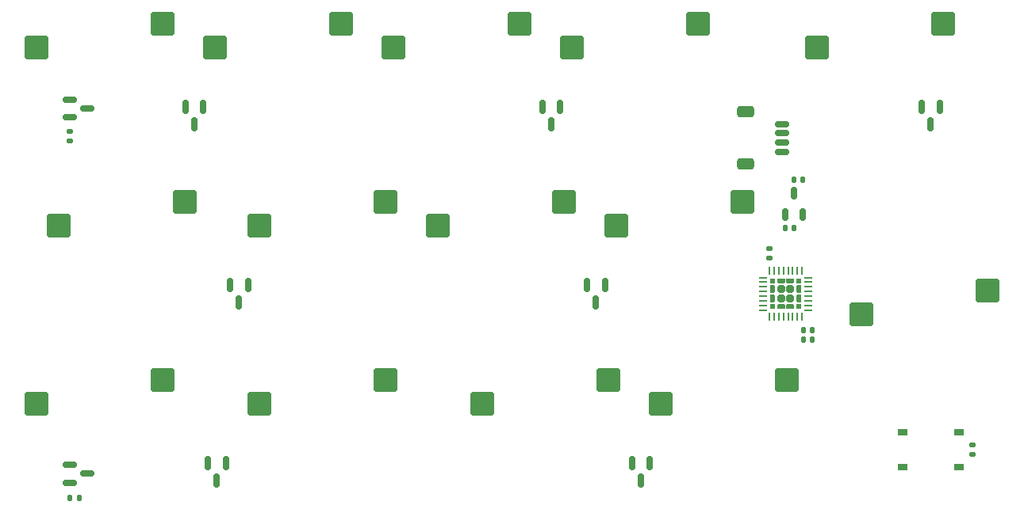
<source format=gbr>
%TF.GenerationSoftware,KiCad,Pcbnew,8.0.1-8.0.1-0~ubuntu23.10.1*%
%TF.CreationDate,2024-04-27T18:00:35-04:00*%
%TF.ProjectId,FunnyNumpad,46756e6e-794e-4756-9d70-61642e6b6963,rev?*%
%TF.SameCoordinates,Original*%
%TF.FileFunction,Paste,Bot*%
%TF.FilePolarity,Positive*%
%FSLAX46Y46*%
G04 Gerber Fmt 4.6, Leading zero omitted, Abs format (unit mm)*
G04 Created by KiCad (PCBNEW 8.0.1-8.0.1-0~ubuntu23.10.1) date 2024-04-27 18:00:35*
%MOMM*%
%LPD*%
G01*
G04 APERTURE LIST*
G04 Aperture macros list*
%AMRoundRect*
0 Rectangle with rounded corners*
0 $1 Rounding radius*
0 $2 $3 $4 $5 $6 $7 $8 $9 X,Y pos of 4 corners*
0 Add a 4 corners polygon primitive as box body*
4,1,4,$2,$3,$4,$5,$6,$7,$8,$9,$2,$3,0*
0 Add four circle primitives for the rounded corners*
1,1,$1+$1,$2,$3*
1,1,$1+$1,$4,$5*
1,1,$1+$1,$6,$7*
1,1,$1+$1,$8,$9*
0 Add four rect primitives between the rounded corners*
20,1,$1+$1,$2,$3,$4,$5,0*
20,1,$1+$1,$4,$5,$6,$7,0*
20,1,$1+$1,$6,$7,$8,$9,0*
20,1,$1+$1,$8,$9,$2,$3,0*%
%AMFreePoly0*
4,1,19,0.250763,0.273032,0.287330,0.222702,0.292257,0.191596,0.292257,-0.191596,0.273032,-0.250763,0.222702,-0.287330,0.191596,-0.292257,-0.191596,-0.292257,-0.250763,-0.273032,-0.287330,-0.222702,-0.292257,-0.191596,-0.292257,0.108205,-0.273032,0.167372,-0.262774,0.179383,-0.179383,0.262774,-0.123952,0.291018,-0.108205,0.292257,0.191596,0.292257,0.250763,0.273032,0.250763,0.273032,
$1*%
%AMFreePoly1*
4,1,21,0.263030,0.383971,0.291014,0.335500,0.292257,0.321292,0.292257,-0.321292,0.273115,-0.373886,0.224644,-0.401870,0.210436,-0.403113,-0.142653,-0.403113,-0.195247,-0.383971,-0.200509,-0.379148,-0.268292,-0.311365,-0.291946,-0.260640,-0.292257,-0.253509,-0.292257,0.253509,-0.273115,0.306103,-0.268292,0.311365,-0.200509,0.379148,-0.149784,0.402802,-0.142653,0.403113,0.210436,0.403113,
0.263030,0.383971,0.263030,0.383971,$1*%
%AMFreePoly2*
4,1,19,0.250763,0.273032,0.287330,0.222702,0.292257,0.191596,0.292257,-0.191596,0.273032,-0.250763,0.222702,-0.287330,0.191596,-0.292257,-0.108205,-0.292257,-0.167372,-0.273032,-0.179383,-0.262774,-0.262774,-0.179383,-0.291018,-0.123952,-0.292257,-0.108205,-0.292257,0.191596,-0.273032,0.250763,-0.222702,0.287330,-0.191596,0.292257,0.191596,0.292257,0.250763,0.273032,0.250763,0.273032,
$1*%
%AMFreePoly3*
4,1,21,0.306103,0.273115,0.311365,0.268292,0.379148,0.200509,0.402802,0.149784,0.403113,0.142653,0.403113,-0.210436,0.383971,-0.263030,0.335500,-0.291014,0.321292,-0.292257,-0.321292,-0.292257,-0.373886,-0.273115,-0.401870,-0.224644,-0.403113,-0.210436,-0.403113,0.142653,-0.383971,0.195247,-0.379148,0.200509,-0.311365,0.268292,-0.260640,0.291946,-0.253509,0.292257,0.253509,0.292257,
0.306103,0.273115,0.306103,0.273115,$1*%
%AMFreePoly4*
4,1,21,0.373886,0.273115,0.401870,0.224644,0.403113,0.210436,0.403113,-0.142653,0.383971,-0.195247,0.379148,-0.200509,0.311365,-0.268292,0.260640,-0.291946,0.253509,-0.292257,-0.253509,-0.292257,-0.306103,-0.273115,-0.311365,-0.268292,-0.379148,-0.200509,-0.402802,-0.149784,-0.403113,-0.142653,-0.403113,0.210436,-0.383971,0.263030,-0.335500,0.291014,-0.321292,0.292257,0.321292,0.292257,
0.373886,0.273115,0.373886,0.273115,$1*%
%AMFreePoly5*
4,1,19,0.167372,0.273032,0.179383,0.262774,0.262774,0.179383,0.291018,0.123952,0.292257,0.108205,0.292257,-0.191596,0.273032,-0.250763,0.222702,-0.287330,0.191596,-0.292257,-0.191596,-0.292257,-0.250763,-0.273032,-0.287330,-0.222702,-0.292257,-0.191596,-0.292257,0.191596,-0.273032,0.250763,-0.222702,0.287330,-0.191596,0.292257,0.108205,0.292257,0.167372,0.273032,0.167372,0.273032,
$1*%
%AMFreePoly6*
4,1,21,0.195247,0.383971,0.200509,0.379148,0.268292,0.311365,0.291946,0.260640,0.292257,0.253509,0.292257,-0.253509,0.273115,-0.306103,0.268292,-0.311365,0.200509,-0.379148,0.149784,-0.402802,0.142653,-0.403113,-0.210436,-0.403113,-0.263030,-0.383971,-0.291014,-0.335500,-0.292257,-0.321292,-0.292257,0.321292,-0.273115,0.373886,-0.224644,0.401870,-0.210436,0.403113,0.142653,0.403113,
0.195247,0.383971,0.195247,0.383971,$1*%
%AMFreePoly7*
4,1,19,0.250763,0.273032,0.287330,0.222702,0.292257,0.191596,0.292257,-0.108205,0.273032,-0.167372,0.262774,-0.179383,0.179383,-0.262774,0.123952,-0.291018,0.108205,-0.292257,-0.191596,-0.292257,-0.250763,-0.273032,-0.287330,-0.222702,-0.292257,-0.191596,-0.292257,0.191596,-0.273032,0.250763,-0.222702,0.287330,-0.191596,0.292257,0.191596,0.292257,0.250763,0.273032,0.250763,0.273032,
$1*%
G04 Aperture macros list end*
%ADD10R,1.000000X0.750000*%
%ADD11RoundRect,0.135000X0.185000X-0.135000X0.185000X0.135000X-0.185000X0.135000X-0.185000X-0.135000X0*%
%ADD12RoundRect,0.250000X1.025000X1.000000X-1.025000X1.000000X-1.025000X-1.000000X1.025000X-1.000000X0*%
%ADD13RoundRect,0.135000X-0.135000X-0.185000X0.135000X-0.185000X0.135000X0.185000X-0.135000X0.185000X0*%
%ADD14RoundRect,0.150000X0.625000X-0.150000X0.625000X0.150000X-0.625000X0.150000X-0.625000X-0.150000X0*%
%ADD15RoundRect,0.250000X0.650000X-0.350000X0.650000X0.350000X-0.650000X0.350000X-0.650000X-0.350000X0*%
%ADD16RoundRect,0.150000X-0.150000X0.587500X-0.150000X-0.587500X0.150000X-0.587500X0.150000X0.587500X0*%
%ADD17RoundRect,0.140000X-0.140000X-0.170000X0.140000X-0.170000X0.140000X0.170000X-0.140000X0.170000X0*%
%ADD18RoundRect,0.062500X0.375000X-0.062500X0.375000X0.062500X-0.375000X0.062500X-0.375000X-0.062500X0*%
%ADD19RoundRect,0.062500X0.062500X-0.375000X0.062500X0.375000X-0.062500X0.375000X-0.062500X-0.375000X0*%
%ADD20FreePoly0,90.000000*%
%ADD21FreePoly1,90.000000*%
%ADD22FreePoly2,90.000000*%
%ADD23FreePoly3,90.000000*%
%ADD24RoundRect,0.201557X0.201556X-0.201556X0.201556X0.201556X-0.201556X0.201556X-0.201556X-0.201556X0*%
%ADD25FreePoly4,90.000000*%
%ADD26FreePoly5,90.000000*%
%ADD27FreePoly6,90.000000*%
%ADD28FreePoly7,90.000000*%
%ADD29RoundRect,0.150000X-0.587500X-0.150000X0.587500X-0.150000X0.587500X0.150000X-0.587500X0.150000X0*%
%ADD30RoundRect,0.150000X0.150000X-0.512500X0.150000X0.512500X-0.150000X0.512500X-0.150000X-0.512500X0*%
%ADD31RoundRect,0.140000X0.170000X-0.140000X0.170000X0.140000X-0.170000X0.140000X-0.170000X-0.140000X0*%
%ADD32RoundRect,0.135000X-0.185000X0.135000X-0.185000X-0.135000X0.185000X-0.135000X0.185000X0.135000X0*%
G04 APERTURE END LIST*
D10*
%TO.C,SW101*%
X156590625Y-112425000D03*
X150590625Y-112425000D03*
X156590625Y-116175000D03*
X150590625Y-116175000D03*
%TD*%
D11*
%TO.C,R101*%
X158040000Y-114810000D03*
X158040000Y-113790000D03*
%TD*%
D12*
%TO.C,MX12*%
X95386875Y-106838750D03*
X81936875Y-109378750D03*
%TD*%
%TO.C,MX11*%
X71574375Y-106838750D03*
X58124375Y-109378750D03*
%TD*%
D13*
%TO.C,R202*%
X61680000Y-119440000D03*
X62700000Y-119440000D03*
%TD*%
D14*
%TO.C,J101*%
X137731250Y-82462500D03*
X137731250Y-81462500D03*
X137731250Y-80462500D03*
X137731250Y-79462500D03*
D15*
X133856250Y-83762500D03*
X133856250Y-78162500D03*
%TD*%
D12*
%TO.C,MX3*%
X109674375Y-68738750D03*
X96224375Y-71278750D03*
%TD*%
D16*
%TO.C,D201*%
X74059375Y-77643750D03*
X75959375Y-77643750D03*
X75009375Y-79518750D03*
%TD*%
D17*
%TO.C,C104*%
X139000000Y-85400000D03*
X139960000Y-85400000D03*
%TD*%
D12*
%TO.C,MX10*%
X159680625Y-97313750D03*
X146230625Y-99853750D03*
%TD*%
%TO.C,MX13*%
X119199375Y-106838750D03*
X105749375Y-109378750D03*
%TD*%
D16*
%TO.C,D206*%
X116921875Y-96693750D03*
X118821875Y-96693750D03*
X117871875Y-98568750D03*
%TD*%
D18*
%TO.C,U102*%
X140550000Y-99381250D03*
X140550000Y-98881250D03*
X140550000Y-98381250D03*
X140550000Y-97881250D03*
X140550000Y-97381250D03*
X140550000Y-96881250D03*
X140550000Y-96381250D03*
X140550000Y-95881250D03*
D19*
X139862500Y-95193750D03*
X139362500Y-95193750D03*
X138862500Y-95193750D03*
X138362500Y-95193750D03*
X137862500Y-95193750D03*
X137362500Y-95193750D03*
X136862500Y-95193750D03*
X136362500Y-95193750D03*
D18*
X135675000Y-95881250D03*
X135675000Y-96381250D03*
X135675000Y-96881250D03*
X135675000Y-97381250D03*
X135675000Y-97881250D03*
X135675000Y-98381250D03*
X135675000Y-98881250D03*
X135675000Y-99381250D03*
D19*
X136362500Y-100068750D03*
X136862500Y-100068750D03*
X137362500Y-100068750D03*
X137862500Y-100068750D03*
X138362500Y-100068750D03*
X138862500Y-100068750D03*
X139362500Y-100068750D03*
X139862500Y-100068750D03*
D20*
X139475000Y-96268750D03*
D21*
X138612500Y-96268750D03*
X137612500Y-96268750D03*
D22*
X136750000Y-96268750D03*
D23*
X139475000Y-97131250D03*
D24*
X138612500Y-97131250D03*
X137612500Y-97131250D03*
D25*
X136750000Y-97131250D03*
D23*
X139475000Y-98131250D03*
D24*
X138612500Y-98131250D03*
X137612500Y-98131250D03*
D25*
X136750000Y-98131250D03*
D26*
X139475000Y-98993750D03*
D27*
X138612500Y-98993750D03*
X137612500Y-98993750D03*
D28*
X136750000Y-98993750D03*
%TD*%
D12*
%TO.C,MX7*%
X95386875Y-87788750D03*
X81936875Y-90328750D03*
%TD*%
D16*
%TO.C,D207*%
X152640625Y-77643750D03*
X154540625Y-77643750D03*
X153590625Y-79518750D03*
%TD*%
D29*
%TO.C,Q202*%
X61670000Y-117820000D03*
X61670000Y-115920000D03*
X63545000Y-116870000D03*
%TD*%
D17*
%TO.C,C102*%
X140000000Y-102566875D03*
X140960000Y-102566875D03*
%TD*%
D12*
%TO.C,MX9*%
X133486875Y-87788750D03*
X120036875Y-90328750D03*
%TD*%
D16*
%TO.C,D202*%
X112159375Y-77643750D03*
X114059375Y-77643750D03*
X113109375Y-79518750D03*
%TD*%
D30*
%TO.C,U103*%
X139950000Y-89137500D03*
X138050000Y-89137500D03*
X139000000Y-86862500D03*
%TD*%
D31*
%TO.C,C103*%
X136360000Y-93770000D03*
X136360000Y-92810000D03*
%TD*%
D16*
%TO.C,D204*%
X76440625Y-115743750D03*
X78340625Y-115743750D03*
X77390625Y-117618750D03*
%TD*%
D12*
%TO.C,MX1*%
X71574375Y-68738750D03*
X58124375Y-71278750D03*
%TD*%
%TO.C,MX4*%
X128724375Y-68738750D03*
X115274375Y-71278750D03*
%TD*%
%TO.C,MX8*%
X114436875Y-87788750D03*
X100986875Y-90328750D03*
%TD*%
D17*
%TO.C,C105*%
X138050000Y-90600000D03*
X139010000Y-90600000D03*
%TD*%
D32*
%TO.C,R201*%
X61670000Y-80290000D03*
X61670000Y-81310000D03*
%TD*%
D12*
%TO.C,MX6*%
X73955625Y-87788750D03*
X60505625Y-90328750D03*
%TD*%
%TO.C,MX5*%
X154918125Y-68738750D03*
X141468125Y-71278750D03*
%TD*%
%TO.C,MX14*%
X138249375Y-106838750D03*
X124799375Y-109378750D03*
%TD*%
D17*
%TO.C,C101*%
X140000000Y-101546875D03*
X140960000Y-101546875D03*
%TD*%
D16*
%TO.C,D203*%
X78821875Y-96693750D03*
X80721875Y-96693750D03*
X79771875Y-98568750D03*
%TD*%
D29*
%TO.C,Q201*%
X61662500Y-78770000D03*
X61662500Y-76870000D03*
X63537500Y-77820000D03*
%TD*%
D16*
%TO.C,D205*%
X121684375Y-115743750D03*
X123584375Y-115743750D03*
X122634375Y-117618750D03*
%TD*%
D12*
%TO.C,MX2*%
X90624375Y-68738750D03*
X77174375Y-71278750D03*
%TD*%
M02*

</source>
